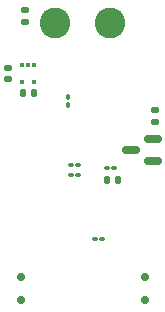
<source format=gbs>
G04 #@! TF.GenerationSoftware,KiCad,Pcbnew,(6.0.5-0)*
G04 #@! TF.CreationDate,2022-09-21T23:51:35-04:00*
G04 #@! TF.ProjectId,pico_ducky_pcb,7069636f-5f64-4756-936b-795f7063622e,rev?*
G04 #@! TF.SameCoordinates,Original*
G04 #@! TF.FileFunction,Soldermask,Bot*
G04 #@! TF.FilePolarity,Negative*
%FSLAX46Y46*%
G04 Gerber Fmt 4.6, Leading zero omitted, Abs format (unit mm)*
G04 Created by KiCad (PCBNEW (6.0.5-0)) date 2022-09-21 23:51:35*
%MOMM*%
%LPD*%
G01*
G04 APERTURE LIST*
G04 Aperture macros list*
%AMRoundRect*
0 Rectangle with rounded corners*
0 $1 Rounding radius*
0 $2 $3 $4 $5 $6 $7 $8 $9 X,Y pos of 4 corners*
0 Add a 4 corners polygon primitive as box body*
4,1,4,$2,$3,$4,$5,$6,$7,$8,$9,$2,$3,0*
0 Add four circle primitives for the rounded corners*
1,1,$1+$1,$2,$3*
1,1,$1+$1,$4,$5*
1,1,$1+$1,$6,$7*
1,1,$1+$1,$8,$9*
0 Add four rect primitives between the rounded corners*
20,1,$1+$1,$2,$3,$4,$5,0*
20,1,$1+$1,$4,$5,$6,$7,0*
20,1,$1+$1,$6,$7,$8,$9,0*
20,1,$1+$1,$8,$9,$2,$3,0*%
G04 Aperture macros list end*
%ADD10C,0.711200*%
%ADD11C,2.600000*%
%ADD12RoundRect,0.140000X0.170000X-0.140000X0.170000X0.140000X-0.170000X0.140000X-0.170000X-0.140000X0*%
%ADD13RoundRect,0.100000X0.130000X0.100000X-0.130000X0.100000X-0.130000X-0.100000X0.130000X-0.100000X0*%
%ADD14RoundRect,0.140000X-0.140000X-0.170000X0.140000X-0.170000X0.140000X0.170000X-0.140000X0.170000X0*%
%ADD15RoundRect,0.135000X-0.185000X0.135000X-0.185000X-0.135000X0.185000X-0.135000X0.185000X0.135000X0*%
%ADD16RoundRect,0.100000X-0.130000X-0.100000X0.130000X-0.100000X0.130000X0.100000X-0.130000X0.100000X0*%
%ADD17R,0.300000X0.450000*%
%ADD18RoundRect,0.150000X0.587500X0.150000X-0.587500X0.150000X-0.587500X-0.150000X0.587500X-0.150000X0*%
%ADD19RoundRect,0.100000X0.100000X-0.130000X0.100000X0.130000X-0.100000X0.130000X-0.100000X-0.130000X0*%
%ADD20RoundRect,0.140000X0.140000X0.170000X-0.140000X0.170000X-0.140000X-0.170000X0.140000X-0.170000X0*%
%ADD21RoundRect,0.135000X0.185000X-0.135000X0.185000X0.135000X-0.185000X0.135000X-0.185000X-0.135000X0*%
G04 APERTURE END LIST*
D10*
X81750000Y-63699999D03*
X81750000Y-65700001D03*
X92250000Y-63699999D03*
X92250000Y-65700001D03*
D11*
X89250000Y-42245000D03*
X84650000Y-42245000D03*
D12*
X80600000Y-46980000D03*
X80600000Y-46020000D03*
D13*
X88620000Y-60500000D03*
X87980000Y-60500000D03*
D14*
X81870000Y-48170000D03*
X82830000Y-48170000D03*
D15*
X93050000Y-49560000D03*
X93050000Y-50580000D03*
D16*
X85960000Y-54200000D03*
X86600000Y-54200000D03*
D17*
X81850000Y-45800000D03*
X82350000Y-45800000D03*
X82850000Y-45800000D03*
X82850000Y-47200000D03*
X81850000Y-47200000D03*
D18*
X92907500Y-52020000D03*
X92907500Y-53920000D03*
X91032500Y-52970000D03*
D13*
X89620000Y-54500000D03*
X88980000Y-54500000D03*
D19*
X85750000Y-49140000D03*
X85750000Y-48500000D03*
D20*
X89980000Y-55500000D03*
X89020000Y-55500000D03*
D16*
X85960000Y-55050000D03*
X86600000Y-55050000D03*
D21*
X82050000Y-42170000D03*
X82050000Y-41150000D03*
M02*

</source>
